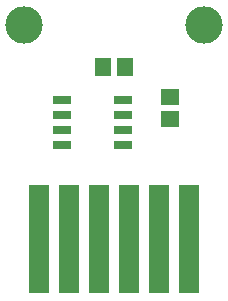
<source format=gbr>
G04 DipTrace 2.4.0.2*
%INTopMask.gbr*%
%MOIN*%
%ADD22C,0.125*%
%ADD25R,0.0638X0.0276*%
%ADD26R,0.0631X0.0552*%
%ADD27R,0.069X0.364*%
%ADD28R,0.0552X0.0631*%
%FSLAX44Y44*%
G04*
G70*
G90*
G75*
G01*
%LNTopMask*%
%LPD*%
D28*
X375Y7625D3*
X-373D3*
D27*
X-2500Y1875D3*
X-1500D3*
X-500D3*
X500D3*
X1500D3*
X2500D3*
D22*
X-3000Y9000D3*
X3000D3*
D26*
X1875Y6625D3*
Y5877D3*
D25*
X-1750Y6500D3*
Y6000D3*
Y5500D3*
Y5000D3*
X297D3*
Y5500D3*
Y6000D3*
Y6500D3*
M02*

</source>
